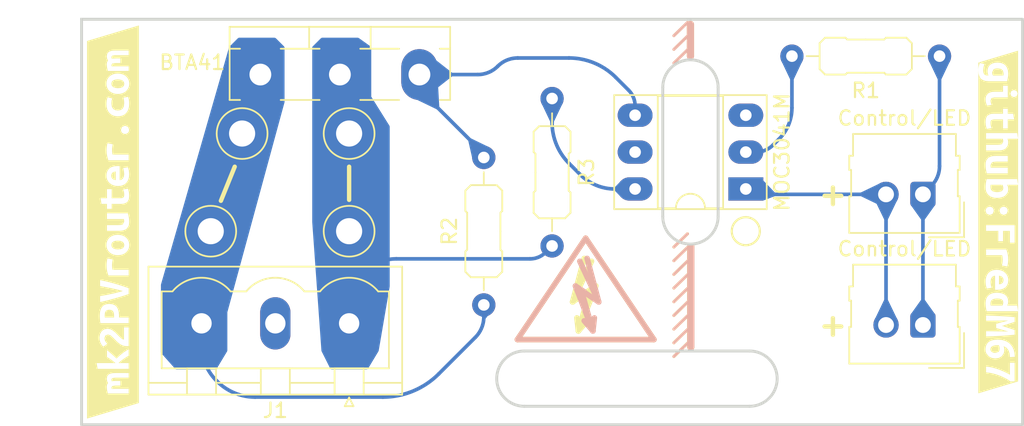
<source format=kicad_pcb>
(kicad_pcb (version 20221018) (generator pcbnew)
  (layers (0 "F.Cu" signal) (31 "B.Cu" signal) (34 "B.Paste" user) (35 "F.Paste" user) (36 "B.SilkS" user "B.Silkscreen") (37 "F.SilkS" user "F.Silkscreen") (38 "B.Mask" user) (39 "F.Mask" user) (44 "Edge.Cuts" user))
  (net 0 "")
  (net 1 "LINE")
  (net 3 "S{slash}LINE")
  (net 4 "Net-(J2-Pin_1)")
  (net 5 "Net-(J2-Pin_2)")
  (net 6 "Net-(Q1-G)")
  (net 7 "Net-(R1-Pad2)")
  (net 10 "Net-(R3-Pad1)")
  (footprint "PCM_Resistor_THT_AKL:R_Axial_DIN0207_L6.3mm_D2.5mm_P10.16mm_Horizontal" (layer "F.Cu") (at 65.151 47.625 90)
    (fp_text reference "R2" (at 5.08 -2.37 90) (layer "F.SilkS"))
    (fp_text value "330" hide)
    (pad "1" thru_hole circle (at 0 0 90) (size 1.6 1.6) (drill 0.8) (layers "*.Cu" "*.Mask") (net 3 "S{slash}LINE"))
    (pad "2" thru_hole oval (at 10.16 0 90) (size 1.6 1.6) (drill 0.8) (layers "*.Cu" "*.Mask") (net 6 "Net-(Q1-G)"))
  )
  (footprint "PCM_Resistor_THT_AKL:R_Axial_DIN0207_L6.3mm_D2.5mm_P10.16mm_Horizontal" (layer "F.Cu") (at 96.52 30.48 180)
    (fp_text reference "R1" (at 5.08 -2.37 180) (layer "F.SilkS"))
    (fp_text value "120" hide)
    (pad "1" thru_hole circle (at 0 0 180) (size 1.6 1.6) (drill 0.8) (layers "*.Cu" "*.Mask") (net 4 "Net-(J2-Pin_1)"))
    (pad "2" thru_hole oval (at 10.16 0 180) (size 1.6 1.6) (drill 0.8) (layers "*.Cu" "*.Mask") (net 7 "Net-(R1-Pad2)"))
  )
  (footprint "kibuzzard-6431D11C" (layer "F.Cu") (at 39.624 41.91 90)
    (fp_text reference "kibuzzard-6431D11C" hide)
    (fp_text value "G***" hide)
  )
  (footprint "TestPoint:TestPoint_THTPad_D3.0mm_Drill1.5mm" (layer "F.Cu") (at 55.88 42.545)
    (fp_text reference "REF**" hide)
    (fp_text value "TestPoint_THTPad_D3.0mm_Drill1.5mm")
    (pad "1" thru_hole circle (at 0 0) (size 3 3) (drill 1.8) (layers "*.Cu" "*.Mask") (net 1 "LINE"))
  )
  (footprint "TestPoint:TestPoint_THTPad_D3.0mm_Drill1.5mm" (layer "F.Cu") (at 55.88 35.814)
    (fp_text reference "REF**" hide)
    (fp_text value "TestPoint_THTPad_D3.0mm_Drill1.5mm")
    (pad "1" thru_hole circle (at 0 0) (size 3 3) (drill 1.8) (layers "*.Cu" "*.Mask") (net 1 "LINE"))
  )
  (footprint "Package_TO_SOT_THT:TO-218-3_Vertical" (layer "F.Cu") (at 49.77 31.75)
    (fp_text reference "Q1" hide)
    (fp_text value "BTA41" (at -4.685 -0.837) (layer "F.SilkS"))
    (pad "1" thru_hole rect (at 0 0) (size 2.5 3.5) (drill 1.5) (layers "*.Cu" "*.Mask") (net 3 "S{slash}LINE"))
    (pad "2" thru_hole oval (at 5.475 0) (size 2.5 3.5) (drill 1.5) (layers "*.Cu" "*.Mask") (net 1 "LINE"))
    (pad "3" thru_hole oval (at 10.95 0) (size 2.5 3.5) (drill 1.5) (layers "*.Cu" "*.Mask") (net 6 "Net-(Q1-G)"))
  )
  (footprint "PCM_Resistor_THT_AKL:R_Axial_DIN0207_L6.3mm_D2.5mm_P10.16mm_Horizontal" (layer "F.Cu") (at 69.85 33.401 -90)
    (fp_text reference "R3" (at 5.08 -2.37 -90) (layer "F.SilkS"))
    (fp_text value "360" hide)
    (pad "1" thru_hole circle (at 0 0 270) (size 1.6 1.6) (drill 0.8) (layers "*.Cu" "*.Mask") (net 10 "Net-(R3-Pad1)"))
    (pad "2" thru_hole oval (at 10.16 0 270) (size 1.6 1.6) (drill 0.8) (layers "*.Cu" "*.Mask") (net 1 "LINE"))
  )
  (footprint "Package_DIP:DIP-6_W7.62mm_Socket_LongPads" (layer "F.Cu") (at 83.185 39.634 180)
    (fp_text reference "U1" hide)
    (fp_text value "MOC3041M" (at -2.4892 2.539999 90) (layer "F.SilkS"))
    (pad "1" thru_hole rect (at 0 0 180) (size 2.4 1.6) (drill 0.8) (layers "*.Cu" "*.Mask") (net 5 "Net-(J2-Pin_2)"))
    (pad "2" thru_hole oval (at 0 2.54 180) (size 2.4 1.6) (drill 0.8) (layers "*.Cu" "*.Mask") (net 7 "Net-(R1-Pad2)"))
    (pad "3" thru_hole oval (at 0 5.08 180) (size 2.4 1.6) (drill 0.8) (layers "*.Cu" "*.Mask"))
    (pad "4" thru_hole oval (at 7.62 5.08 180) (size 2.4 1.6) (drill 0.8) (layers "*.Cu" "*.Mask") (net 6 "Net-(Q1-G)"))
    (pad "5" thru_hole oval (at 7.62 2.54 180) (size 2.4 1.6) (drill 0.8) (layers "*.Cu" "*.Mask"))
    (pad "6" thru_hole oval (at 7.62 0 180) (size 2.4 1.6) (drill 0.8) (layers "*.Cu" "*.Mask") (net 10 "Net-(R3-Pad1)"))
  )
  (footprint "Connector_Molex:Molex_SL_171971-0002_1x02_P2.54mm_Vertical" (layer "F.Cu") (at 95.377 49.01 180)
    (fp_text reference "J3" hide)
    (fp_text value "Control/LED" (at 1.27 5.25) (layer "F.SilkS"))
    (pad "1" thru_hole roundrect (at 0 0 180) (size 1.74 1.74) (drill 1.09) (layers "*.Cu" "*.Mask") (roundrect_rratio 0.143678) (net 4 "Net-(J2-Pin_1)"))
    (pad "2" thru_hole circle (at 2.54 0 180) (size 1.74 1.74) (drill 1.09) (layers "*.Cu" "*.Mask") (net 5 "Net-(J2-Pin_2)"))
  )
  (footprint "kibuzzard-64EB64A3" (layer "F.Cu") (at 100.5586 41.91 -90)
    (fp_text reference "kibuzzard-64EB64A3" hide)
    (fp_text value "G***" hide)
  )
  (footprint "TestPoint:TestPoint_THTPad_D3.0mm_Drill1.5mm" (layer "F.Cu") (at 46.355 42.545)
    (fp_text reference "REF**" hide)
    (fp_text value "TestPoint_THTPad_D3.0mm_Drill1.5mm")
    (pad "1" thru_hole circle (at 0 0) (size 3 3) (drill 1.8) (layers "*.Cu" "*.Mask") (net 3 "S{slash}LINE"))
  )
  (footprint "Connector_Molex:Molex_SL_171971-0002_1x02_P2.54mm_Vertical" (layer "F.Cu") (at 95.377 40.005 180)
    (fp_text reference "J2" hide)
    (fp_text value "Control/LED" (at 1.27 5.25) (layer "F.SilkS"))
    (pad "1" thru_hole roundrect (at 0 0 180) (size 1.74 1.74) (drill 1.09) (layers "*.Cu" "*.Mask") (roundrect_rratio 0.143678) (net 4 "Net-(J2-Pin_1)"))
    (pad "2" thru_hole circle (at 2.54 0 180) (size 1.74 1.74) (drill 1.09) (layers "*.Cu" "*.Mask") (net 5 "Net-(J2-Pin_2)"))
  )
  (footprint "Library:Symbol_HighVoltage_Type2_Silk_VerySmall" (layer "F.Cu") (at 72.1614 47.2186)
    (fp_text reference "REF**" hide)
    (fp_text value "Symbol_HighVoltage_Type2_Silk_VerySmall")
  )
  (footprint "TestPoint:TestPoint_THTPad_D3.0mm_Drill1.5mm" (layer "F.Cu") (at 48.514 35.814)
    (fp_text reference "REF**" hide)
    (fp_text value "TestPoint_THTPad_D3.0mm_Drill1.5mm")
    (pad "1" thru_hole circle (at 0 0) (size 3 3) (drill 1.8) (layers "*.Cu" "*.Mask") (net 3 "S{slash}LINE"))
  )
  (footprint "Connector_Phoenix_MSTB:PhoenixContact_MSTBVA_2,5_3-G-5,08_1x03_P5.08mm_Vertical" (layer "F.Cu") (at 55.88 48.895 180)
    (fp_text reference "J1" (at 5.08 -6) (layer "F.SilkS"))
    (fp_text value "Conn_01x03_Socket")
    (pad "1" thru_hole roundrect (at 0 0 180) (size 2.08 3.6) (drill 1.4) (layers "*.Cu" "*.Mask") (roundrect_rratio 0.120192) (net 1 "LINE"))
    (pad "2" thru_hole oval (at 5.08 0 180) (size 2.08 3.6) (drill 1.4) (layers "*.Cu" "*.Mask"))
    (pad "3" thru_hole oval (at 10.16 0 180) (size 2.08 3.6) (drill 1.4) (layers "*.Cu" "*.Mask") (net 3 "S{slash}LINE"))
  )
  (footprint "Library:Symbol_HighVoltage_Type2_Silk_VerySmall" (layer "B.Cu") (at 72.1614 47.2186 180)
    (fp_text reference "REF**" hide)
    (fp_text value "Symbol_HighVoltage_Type2_Silk_VerySmall")
  )
  (gr_line (start 79.4004 43.6118) (end 79.4004 50.5206) (stroke (width 0.5)) (layer "B.SilkS"))
  (gr_line (start 79.1718 48.38065) (end 78.232 49.29505) (stroke (width 0.2)) (layer "B.SilkS"))
  (gr_line (start 79.1718 50.2666) (end 78.232 51.181) (stroke (width 0.2)) (layer "B.SilkS"))
  (gr_line (start 79.1718 47.437675) (end 78.232 48.352075) (stroke (width 0.2)) (layer "B.SilkS"))
  (gr_line (start 79.1718 29.10205) (end 78.232 30.01645) (stroke (width 0.2)) (layer "B.SilkS"))
  (gr_line (start 79.1718 30.045025) (end 78.232 30.959425) (stroke (width 0.2)) (layer "B.SilkS"))
  (gr_line (start 79.1718 28.159075) (end 78.232 29.073475) (stroke (width 0.2)) (layer "B.SilkS"))
  (gr_line (start 79.1718 45.551725) (end 78.232 46.466125) (stroke (width 0.2)) (layer "B.SilkS"))
  (gr_line (start 79.375 28.2956) (end 79.375 30.48) (stroke (width 0.5)) (layer "B.SilkS"))
  (gr_line (start 79.1718 43.665775) (end 78.232 44.580175) (stroke (width 0.2)) (layer "B.SilkS"))
  (gr_line (start 79.1718 46.4947) (end 78.232 47.4091) (stroke (width 0.2)) (layer "B.SilkS"))
  (gr_line (start 79.1718 42.7228) (end 78.232 43.6372) (stroke (width 0.2)) (layer "B.SilkS"))
  (gr_line (start 79.1718 49.323625) (end 78.232 50.238025) (stroke (width 0.2)) (layer "B.SilkS"))
  (gr_line (start 79.1718 44.60875) (end 78.232 45.52315) (stroke (width 0.2)) (layer "B.SilkS"))
  (gr_line (start 79.1718 42.7228) (end 78.232 43.6372) (stroke (width 0.2)) (layer "F.SilkS"))
  (gr_line (start 79.1718 46.4947) (end 78.232 47.4091) (stroke (width 0.2)) (layer "F.SilkS"))
  (gr_line (start 79.1718 43.665775) (end 78.232 44.580175) (stroke (width 0.2)) (layer "F.SilkS"))
  (gr_line (start 79.1718 42.7228) (end 78.232 43.6372) (stroke (width 0.2)) (layer "F.SilkS"))
  (gr_circle (center 83.185 42.545) (end 84.074 42.926) (stroke (width 0.15)) (fill none) (layer "F.SilkS"))
  (gr_line (start 79.1718 43.665775) (end 78.232 44.580175) (stroke (width 0.2)) (layer "F.SilkS"))
  (gr_line (start 79.1718 28.159075) (end 78.232 29.073475) (stroke (width 0.2)) (layer "F.SilkS"))
  (gr_line (start 79.1718 29.10205) (end 78.232 30.01645) (stroke (width 0.2)) (layer "F.SilkS"))
  (gr_line (start 79.1718 50.2666) (end 78.232 51.181) (stroke (width 0.2)) (layer "F.SilkS"))
  (gr_line (start 79.1718 46.4947) (end 78.232 47.4091) (stroke (width 0.2)) (layer "F.SilkS"))
  (gr_line (start 79.1718 50.2666) (end 78.232 51.181) (stroke (width 0.2)) (layer "F.SilkS"))
  (gr_line (start 79.1718 44.60875) (end 78.232 45.52315) (stroke (width 0.2)) (layer "F.SilkS"))
  (gr_line (start 79.1718 30.045025) (end 78.232 30.959425) (stroke (width 0.2)) (layer "F.SilkS"))
  (gr_line (start 79.4004 43.6118) (end 79.4004 50.5206) (stroke (width 0.5)) (layer "F.SilkS"))
  (gr_line (start 79.1718 43.665775) (end 78.232 44.580175) (stroke (width 0.2)) (layer "F.SilkS"))
  (gr_line (start 79.1718 45.551725) (end 78.232 46.466125) (stroke (width 0.2)) (layer "F.SilkS"))
  (gr_line (start 79.1718 42.7228) (end 78.232 43.6372) (stroke (width 0.2)) (layer "F.SilkS"))
  (gr_line (start 79.1718 47.437675) (end 78.232 48.352075) (stroke (width 0.2)) (layer "F.SilkS"))
  (gr_line (start 79.1718 48.38065) (end 78.232 49.29505) (stroke (width 0.2)) (layer "F.SilkS"))
  (gr_line (start 79.4004 43.6118) (end 79.4004 50.5206) (stroke (width 0.5)) (layer "F.SilkS"))
  (gr_line (start 79.1718 48.38065) (end 78.232 49.29505) (stroke (width 0.2)) (layer "F.SilkS"))
  (gr_line (start 79.1718 50.2666) (end 78.232 51.181) (stroke (width 0.2)) (layer "F.SilkS"))
  (gr_line (start 79.1718 44.60875) (end 78.232 45.52315) (stroke (width 0.2)) (layer "F.SilkS"))
  (gr_line (start 79.1718 49.323625) (end 78.232 50.238025) (stroke (width 0.2)) (layer "F.SilkS"))
  (gr_line (start 79.1718 49.323625) (end 78.232 50.238025) (stroke (width 0.2)) (layer "F.SilkS"))
  (gr_line (start 47.0535 40.4495) (end 48.006 38.1) (stroke (width 0.3)) (layer "F.SilkS"))
  (gr_line (start 79.1718 46.4947) (end 78.232 47.4091) (stroke (width 0.2)) (layer "F.SilkS"))
  (gr_line (start 79.1718 44.60875) (end 78.232 45.52315) (stroke (width 0.2)) (layer "F.SilkS"))
  (gr_line (start 79.1718 48.38065) (end 78.232 49.29505) (stroke (width 0.2)) (layer "F.SilkS"))
  (gr_line (start 79.1718 45.551725) (end 78.232 46.466125) (stroke (width 0.2)) (layer "F.SilkS"))
  (gr_line (start 79.4004 43.6118) (end 79.4004 50.5206) (stroke (width 0.5)) (layer "F.SilkS"))
  (gr_line (start 79.1718 49.323625) (end 78.232 50.238025) (stroke (width 0.2)) (layer "F.SilkS"))
  (gr_line (start 55.88 40.386) (end 55.88 38.1) (stroke (width 0.3)) (layer "F.SilkS"))
  (gr_line (start 79.1718 47.437675) (end 78.232 48.352075) (stroke (width 0.2)) (layer "F.SilkS"))
  (gr_line (start 79.1718 47.437675) (end 78.232 48.352075) (stroke (width 0.2)) (layer "F.SilkS"))
  (gr_line (start 79.1718 45.551725) (end 78.232 46.466125) (stroke (width 0.2)) (layer "F.SilkS"))
  (gr_line (start 79.375 28.2956) (end 79.375 30.48) (stroke (width 0.5)) (layer "F.SilkS"))
  (gr_arc (start 81.28 41.529) (mid 79.375 43.434) (end 77.47 41.529) (stroke (width 0.2)) (layer "Edge.Cuts"))
  (gr_line (start 77.47 32.639) (end 77.47 41.529) (stroke (width 0.2)) (layer "Edge.Cuts"))
  (gr_arc (start 67.945 54.61) (mid 66.04 52.705) (end 67.945 50.8) (stroke (width 0.2)) (layer "Edge.Cuts"))
  (gr_arc (start 83.439 50.8) (mid 85.344 52.705) (end 83.439 54.61) (stroke (width 0.2)) (layer "Edge.Cuts"))
  (gr_arc (start 77.47 32.639) (mid 79.375 30.734) (end 81.28 32.639) (stroke (width 0.2)) (layer "Edge.Cuts"))
  (gr_line (start 81.28 32.639) (end 81.28 41.529) (stroke (width 0.2)) (layer "Edge.Cuts"))
  (gr_line (start 67.945 54.61) (end 83.439 54.61) (stroke (width 0.2)) (layer "Edge.Cuts"))
  (gr_line (start 67.945 50.8) (end 83.439 50.8) (stroke (width 0.2)) (layer "Edge.Cuts"))
  (gr_rect (start 37.465 27.94) (end 102.235 55.88) (stroke (width 0.2)) (fill none) (layer "Edge.Cuts"))
  (gr_text "+" (at 90.307 40.875) (layer "F.SilkS") (effects (font (size 1.5 1.5) (thickness 0.3) bold) (justify left bottom mirror)))
  (gr_text "+" (at 90.307 49.88) (layer "F.SilkS") (effects (font (size 1.5 1.5) (thickness 0.3) bold) (justify left bottom mirror)))
  (segment (start 69.4055 44.0055) (end 69.85 43.561) (width 0.25) (layer "B.Cu") (net 1))
  (segment (start 55.88 47.625) (end 55.88 48.895) (width 0.25) (layer "B.Cu") (net 1))
  (segment (start 59.132038 44.45) (end 68.332382 44.45) (width 0.25) (layer "B.Cu") (net 1))
  (segment (start 56.778025 45.456974) (end 56.832499 45.402499) (width 0.25) (layer "B.Cu") (net 1))
  (arc (start 56.778025 45.456974) (mid 56.113389 46.451672) (end 55.88 47.625) (width 0.25) (layer "B.Cu") (net 1))
  (arc (start 59.132038 44.45) (mid 57.887537 44.69755) (end 56.832499 45.402499) (width 0.25) (layer "B.Cu") (net 1))
  (arc (start 68.332382 44.45) (mid 68.913149 44.334478) (end 69.4055 44.0055) (width 0.25) (layer "B.Cu") (net 1))
  (segment (start 46.0375 48.5775) (end 46.355 48.26) (width 0.25) (layer "B.Cu") (net 3))
  (segment (start 49.405643 53.975) (end 58.198036 53.975) (width 0.25) (layer "B.Cu") (net 3))
  (segment (start 45.72 49.344012) (end 45.72 50.2285) (width 0.25) (layer "B.Cu") (net 3))
  (segment (start 64.567283 49.859716) (end 62.045792 52.381207) (width 0.25) (layer "B.Cu") (net 3))
  (segment (start 65.151 48.4505) (end 65.151 47.625) (width 0.25) (layer "B.Cu") (net 3))
  (segment (start 65.405 47.9425) (end 65.405 47.625) (width 0.25) (layer "B.Cu") (net 3))
  (segment (start 46.7995 52.8955) (end 46.752729 52.848729) (width 0.25) (layer "B.Cu") (net 3))
  (segment (start 45.72 50.3555) (end 45.72 48.895) (width 0.25) (layer "B.Cu") (net 3))
  (arc (start 65.405 47.9425) (mid 65.346652 48.235831) (end 65.180493 48.484506) (width 0.25) (layer "B.Cu") (net 3))
  (arc (start 64.567283 49.859716) (mid 64.999296 49.213162) (end 65.151 48.4505) (width 0.25) (layer "B.Cu") (net 3))
  (arc (start 46.752729 52.848729) (mid 45.988397 51.704825) (end 45.72 50.3555) (width 0.25) (layer "B.Cu") (net 3))
  (arc (start 45.72 49.344012) (mid 45.802515 48.929178) (end 46.0375 48.5775) (width 0.25) (layer "B.Cu") (net 3))
  (arc (start 49.405643 53.975) (mid 47.995208 53.694447) (end 46.7995 52.8955) (width 0.25) (layer "B.Cu") (net 3))
  (arc (start 62.045792 52.381207) (mid 60.280426 53.560786) (end 58.198036 53.975) (width 0.25) (layer "B.Cu") (net 3))
  (segment (start 96.52 38.053776) (end 96.52 30.48) (width 0.25) (layer "B.Cu") (net 4))
  (segment (start 95.377 40.813223) (end 95.377 49.01) (width 0.25) (layer "B.Cu") (net 4))
  (arc (start 95.9485 39.4335) (mid 95.525528 40.066522) (end 95.377 40.813223) (width 0.25) (layer "B.Cu") (net 4))
  (arc (start 96.52 38.053776) (mid 96.371471 38.800477) (end 95.9485 39.4335) (width 0.25) (layer "B.Cu") (net 4))
  (segment (start 92.837 40.005) (end 92.837 49.01) (width 0.25) (layer "B.Cu") (net 5))
  (segment (start 83.818336 40.005) (end 92.075 40.005) (width 0.25) (layer "B.Cu") (net 5))
  (segment (start 83.3705 39.8195) (end 83.185 39.634) (width 0.25) (layer "B.Cu") (net 5))
  (arc (start 83.818336 40.005) (mid 83.575969 39.95679) (end 83.3705 39.8195) (width 0.25) (layer "B.Cu") (net 5))
  (segment (start 60.72 31.803033) (end 60.72 32.265) (width 0.25) (layer "B.Cu") (net 6))
  (segment (start 61.084159 33.144159) (end 65.061197 37.121197) (width 0.25) (layer "B.Cu") (net 6))
  (segment (start 67.490223 30.607) (end 71.012146 30.607) (width 0.25) (layer "B.Cu") (net 6))
  (segment (start 75.565 33.914) (end 75.565 34.554) (width 0.25) (layer "B.Cu") (net 6))
  (segment (start 65.151 37.338) (end 65.151 37.465) (width 0.25) (layer "B.Cu") (net 6))
  (segment (start 75.112451 32.821451) (end 74.2315 31.9405) (width 0.25) (layer "B.Cu") (net 6))
  (segment (start 64.730776 31.75) (end 60.72 31.75) (width 0.25) (layer "B.Cu") (net 6))
  (arc (start 60.7575 31.7875) (mid 60.799036 31.815254) (end 60.848033 31.825) (width 0.25) (layer "B.Cu") (net 6))
  (arc (start 66.1105 31.1785) (mid 66.743522 30.755528) (end 67.490223 30.607) (width 0.25) (layer "B.Cu") (net 6))
  (arc (start 60.72 32.265) (mid 60.814643 32.740796) (end 61.084159 33.144159) (width 0.25) (layer "B.Cu") (net 6))
  (arc (start 75.112451 32.821451) (mid 75.447386 33.322716) (end 75.565 33.914) (width 0.25) (layer "B.Cu") (net 6))
  (arc (start 66.1105 31.1785) (mid 65.477477 31.601471) (end 64.730776 31.75) (width 0.25) (layer "B.Cu") (net 6))
  (arc (start 60.72 31.803033) (mid 60.73356 31.782738) (end 60.7575 31.7875) (width 0.25) (layer "B.Cu") (net 6))
  (arc (start 65.151 37.338) (mid 65.12766 37.220667) (end 65.061197 37.121197) (width 0.25) (layer "B.Cu") (net 6))
  (arc (start 71.012146 30.607) (mid 72.754447 30.953565) (end 74.2315 31.9405) (width 0.25) (layer "B.Cu") (net 6))
  (segment (start 86.36 34.041693) (end 86.36 30.48) (width 0.25) (layer "B.Cu") (net 7))
  (segment (start 83.8785 37.094) (end 83.185 37.094) (width 0.25) (layer "B.Cu") (net 7))
  (segment (start 85.465999 36.199999) (end 85.062378 36.603621) (width 0.25) (layer "B.Cu") (net 7))
  (arc (start 85.465999 36.199999) (mid 86.127656 35.20976) (end 86.36 34.041693) (width 0.25) (layer "B.Cu") (net 7))
  (arc (start 83.8785 37.094) (mid 84.51921 36.966554) (end 85.062378 36.603621) (width 0.25) (layer "B.Cu") (net 7))
  (segment (start 69.85 35.052) (end 69.85 33.401) (width 0.25) (layer "B.Cu") (net 10))
  (segment (start 71.017433 37.870433) (end 71.796707 38.649707) (width 0.25) (layer "B.Cu") (net 10))
  (segment (start 74.173 39.634) (end 75.565 39.634) (width 0.25) (layer "B.Cu") (net 10))
  (arc (start 69.85 35.052) (mid 70.153405 36.577325) (end 71.017433 37.870433) (width 0.25) (layer "B.Cu") (net 10))
  (arc (start 74.173 39.634) (mid 72.886959 39.37819) (end 71.796707 38.649707) (width 0.25) (layer "B.Cu") (net 10))
  (zone (net 1) (net_name "LINE") (layer "B.Cu") (connect_pads yes (clearance 0)) (min_thickness 0.25) (fill yes (thermal_gap 0.5) (thermal_bridge_width 0.5))
    (polygon (pts (xy 53.34 29.845) (xy 53.975 29.21) (xy 56.515 29.21) (xy 57.404 29.845) (xy 57.404 33.274) (xy 58.674 35.306) (xy 58.674 46.355) (xy 57.912 50.8) (xy 57.15 52.07) (xy 54.61 52.07) (xy 53.975 50.8) (xy 53.34 41.91) (xy 53.34 33.02)))
  )
  (zone (net 3) (net_name "S{slash}LINE") (layer "B.Cu") (connect_pads yes (clearance 0)) (min_thickness 0.25) (fill yes (thermal_gap 0.5) (thermal_bridge_width 0.5))
    (polygon (pts (xy 47.498 50.8) (xy 46.736 52.07) (xy 43.942 52.07) (xy 42.926 50.927) (xy 42.926 46.228) (xy 47.625 29.845) (xy 48.26 29.21) (xy 50.8 29.21) (xy 51.435 29.845) (xy 51.435 33.655) (xy 47.498 48.133)))
  )
)
</source>
